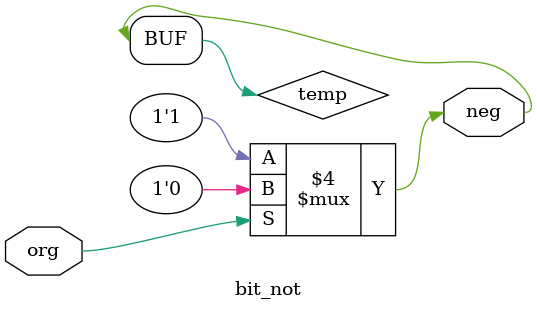
<source format=v>
module bit_not( //Sub-module for 'negated' to flip individual bits
    input org, //Input, the original bit
    output neg //Output, the flipped bit
    );
	reg temp; //for use in always block
	always@* begin
		if (org == 1) //If the bit is a '1' make it a '0'
			temp = 0;
		else 			  //If the bit is a '0' make it a '1'
			temp = 1;
	end
	assign neg = temp; //Flipped bit is assigned to output
endmodule

</source>
